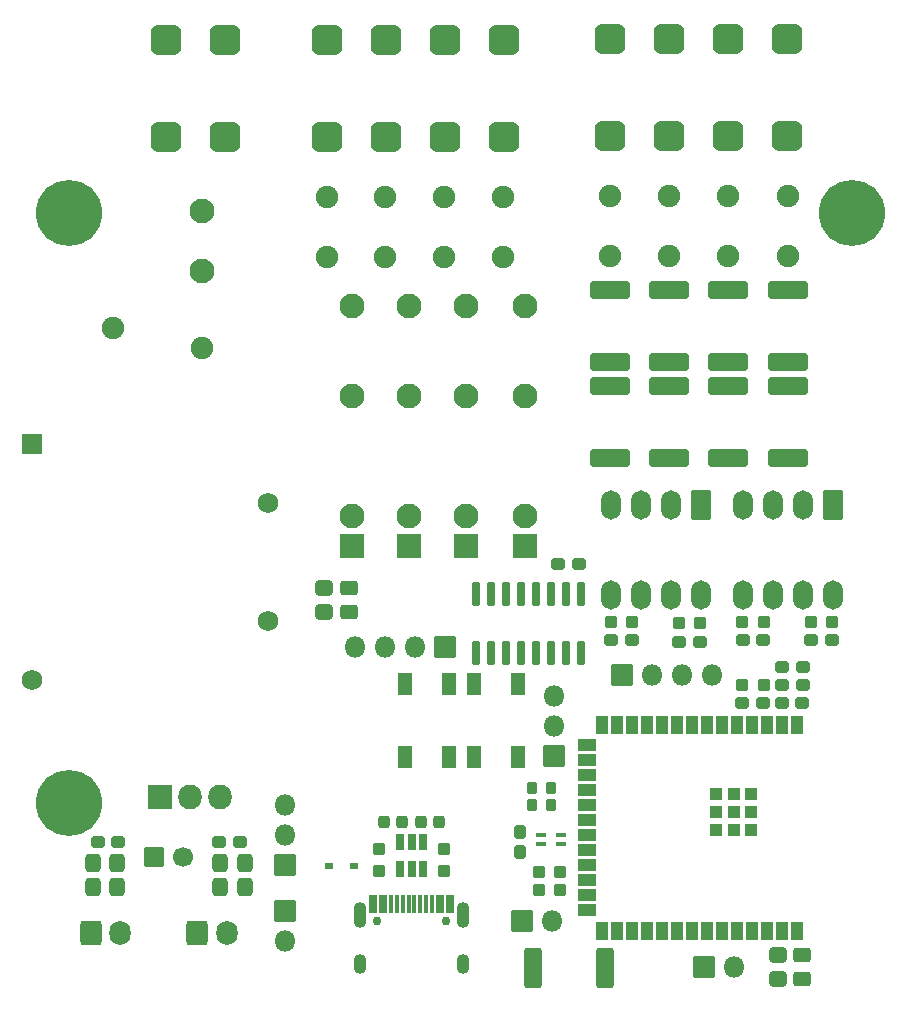
<source format=gts>
G04 #@! TF.GenerationSoftware,KiCad,Pcbnew,(6.0.7)*
G04 #@! TF.CreationDate,2022-10-04T23:02:12+02:00*
G04 #@! TF.ProjectId,hamodule,68616d6f-6475-46c6-952e-6b696361645f,20221004.21*
G04 #@! TF.SameCoordinates,Original*
G04 #@! TF.FileFunction,Soldermask,Top*
G04 #@! TF.FilePolarity,Negative*
%FSLAX46Y46*%
G04 Gerber Fmt 4.6, Leading zero omitted, Abs format (unit mm)*
G04 Created by KiCad (PCBNEW (6.0.7)) date 2022-10-04 23:02:12*
%MOMM*%
%LPD*%
G01*
G04 APERTURE LIST*
G04 Aperture macros list*
%AMRoundRect*
0 Rectangle with rounded corners*
0 $1 Rounding radius*
0 $2 $3 $4 $5 $6 $7 $8 $9 X,Y pos of 4 corners*
0 Add a 4 corners polygon primitive as box body*
4,1,4,$2,$3,$4,$5,$6,$7,$8,$9,$2,$3,0*
0 Add four circle primitives for the rounded corners*
1,1,$1+$1,$2,$3*
1,1,$1+$1,$4,$5*
1,1,$1+$1,$6,$7*
1,1,$1+$1,$8,$9*
0 Add four rect primitives between the rounded corners*
20,1,$1+$1,$2,$3,$4,$5,0*
20,1,$1+$1,$4,$5,$6,$7,0*
20,1,$1+$1,$6,$7,$8,$9,0*
20,1,$1+$1,$8,$9,$2,$3,0*%
G04 Aperture macros list end*
%ADD10RoundRect,0.050000X-0.300000X-0.225000X0.300000X-0.225000X0.300000X0.225000X-0.300000X0.225000X0*%
%ADD11RoundRect,0.050000X0.850000X-0.850000X0.850000X0.850000X-0.850000X0.850000X-0.850000X-0.850000X0*%
%ADD12O,1.800000X1.800000*%
%ADD13RoundRect,0.675000X0.625000X0.625000X-0.625000X0.625000X-0.625000X-0.625000X0.625000X-0.625000X0*%
%ADD14RoundRect,0.300000X-0.600000X-0.750000X0.600000X-0.750000X0.600000X0.750000X-0.600000X0.750000X0*%
%ADD15O,1.800000X2.100000*%
%ADD16RoundRect,0.050000X0.850000X0.850000X-0.850000X0.850000X-0.850000X-0.850000X0.850000X-0.850000X0*%
%ADD17C,0.750000*%
%ADD18RoundRect,0.050000X-0.300000X-0.725000X0.300000X-0.725000X0.300000X0.725000X-0.300000X0.725000X0*%
%ADD19RoundRect,0.050000X-0.150000X-0.725000X0.150000X-0.725000X0.150000X0.725000X-0.150000X0.725000X0*%
%ADD20O,1.100000X2.200000*%
%ADD21O,1.100000X1.700000*%
%ADD22RoundRect,0.050000X-0.850000X0.850000X-0.850000X-0.850000X0.850000X-0.850000X0.850000X0.850000X0*%
%ADD23RoundRect,0.287500X-0.250000X-0.237500X0.250000X-0.237500X0.250000X0.237500X-0.250000X0.237500X0*%
%ADD24RoundRect,0.299999X-0.450001X-1.425001X0.450001X-1.425001X0.450001X1.425001X-0.450001X1.425001X0*%
%ADD25RoundRect,0.287500X0.237500X-0.250000X0.237500X0.250000X-0.237500X0.250000X-0.237500X-0.250000X0*%
%ADD26RoundRect,0.250000X0.200000X0.275000X-0.200000X0.275000X-0.200000X-0.275000X0.200000X-0.275000X0*%
%ADD27RoundRect,0.200000X0.150000X-0.512500X0.150000X0.512500X-0.150000X0.512500X-0.150000X-0.512500X0*%
%ADD28RoundRect,0.200000X0.150000X-0.825000X0.150000X0.825000X-0.150000X0.825000X-0.150000X-0.825000X0*%
%ADD29RoundRect,0.299999X-1.425001X0.450001X-1.425001X-0.450001X1.425001X-0.450001X1.425001X0.450001X0*%
%ADD30RoundRect,0.050000X-0.850000X-0.850000X0.850000X-0.850000X0.850000X0.850000X-0.850000X0.850000X0*%
%ADD31C,1.900000*%
%ADD32RoundRect,0.300000X-0.450000X0.325000X-0.450000X-0.325000X0.450000X-0.325000X0.450000X0.325000X0*%
%ADD33RoundRect,0.300000X-0.450000X0.350000X-0.450000X-0.350000X0.450000X-0.350000X0.450000X0.350000X0*%
%ADD34RoundRect,0.287500X0.300000X0.237500X-0.300000X0.237500X-0.300000X-0.237500X0.300000X-0.237500X0*%
%ADD35RoundRect,0.300000X-0.337500X-0.475000X0.337500X-0.475000X0.337500X0.475000X-0.337500X0.475000X0*%
%ADD36RoundRect,0.050000X-0.825000X-0.825000X0.825000X-0.825000X0.825000X0.825000X-0.825000X0.825000X0*%
%ADD37C,1.750000*%
%ADD38RoundRect,0.050000X-0.952500X-1.000000X0.952500X-1.000000X0.952500X1.000000X-0.952500X1.000000X0*%
%ADD39O,2.005000X2.100000*%
%ADD40C,2.100000*%
%ADD41C,5.600000*%
%ADD42O,1.700000X2.500000*%
%ADD43RoundRect,0.050000X-0.800000X1.200000X-0.800000X-1.200000X0.800000X-1.200000X0.800000X1.200000X0*%
%ADD44RoundRect,0.287500X-0.300000X-0.237500X0.300000X-0.237500X0.300000X0.237500X-0.300000X0.237500X0*%
%ADD45RoundRect,0.050000X0.550000X-0.900000X0.550000X0.900000X-0.550000X0.900000X-0.550000X-0.900000X0*%
%ADD46RoundRect,0.287500X-0.237500X0.300000X-0.237500X-0.300000X0.237500X-0.300000X0.237500X0.300000X0*%
%ADD47RoundRect,0.275000X-0.225000X-0.250000X0.225000X-0.250000X0.225000X0.250000X-0.225000X0.250000X0*%
%ADD48RoundRect,0.050000X-0.450000X0.750000X-0.450000X-0.750000X0.450000X-0.750000X0.450000X0.750000X0*%
%ADD49RoundRect,0.050000X-0.750000X-0.450000X0.750000X-0.450000X0.750000X0.450000X-0.750000X0.450000X0*%
%ADD50RoundRect,0.050000X0.450000X-0.750000X0.450000X0.750000X-0.450000X0.750000X-0.450000X-0.750000X0*%
%ADD51RoundRect,0.050000X0.500000X-0.500000X0.500000X0.500000X-0.500000X0.500000X-0.500000X-0.500000X0*%
%ADD52RoundRect,0.300000X0.337500X0.475000X-0.337500X0.475000X-0.337500X-0.475000X0.337500X-0.475000X0*%
%ADD53RoundRect,0.050000X1.000000X-1.000000X1.000000X1.000000X-1.000000X1.000000X-1.000000X-1.000000X0*%
%ADD54RoundRect,0.050000X0.410000X0.152400X-0.410000X0.152400X-0.410000X-0.152400X0.410000X-0.152400X0*%
%ADD55RoundRect,0.050000X0.410000X0.154400X-0.410000X0.154400X-0.410000X-0.154400X0.410000X-0.154400X0*%
%ADD56RoundRect,0.050000X-0.800000X-0.800000X0.800000X-0.800000X0.800000X0.800000X-0.800000X0.800000X0*%
%ADD57C,1.700000*%
%ADD58RoundRect,0.300000X0.450000X-0.350000X0.450000X0.350000X-0.450000X0.350000X-0.450000X-0.350000X0*%
G04 APERTURE END LIST*
D10*
X62100000Y-104500000D03*
X60000000Y-104500000D03*
D11*
X76325000Y-109200000D03*
D12*
X78865000Y-109200000D03*
D13*
X51203100Y-42782099D03*
X51203100Y-34582100D03*
X46203100Y-42782099D03*
X46203100Y-34582100D03*
D14*
X39835000Y-110219000D03*
D15*
X42335000Y-110219000D03*
D16*
X79000000Y-95200000D03*
D12*
X79000000Y-92660000D03*
X79000000Y-90120000D03*
D17*
X69866000Y-109205900D03*
X64086000Y-109205900D03*
D18*
X63726000Y-107760900D03*
X64526000Y-107760900D03*
D19*
X65726000Y-107760900D03*
X66726000Y-107760900D03*
X67226000Y-107760900D03*
X68226000Y-107760900D03*
D18*
X69426000Y-107760900D03*
X70226000Y-107760900D03*
X70226000Y-107760900D03*
X69426000Y-107760900D03*
D19*
X68726000Y-107760900D03*
X67726000Y-107760900D03*
X66226000Y-107760900D03*
X65226000Y-107760900D03*
D18*
X64526000Y-107760900D03*
X63726000Y-107760900D03*
D20*
X71296000Y-108675900D03*
D21*
X62656000Y-112855900D03*
D20*
X62656000Y-108675900D03*
D21*
X71296000Y-112855900D03*
D22*
X69787000Y-85979000D03*
D12*
X67247000Y-85979000D03*
X64707000Y-85979000D03*
X62167000Y-85979000D03*
D13*
X74849500Y-42758500D03*
X74849500Y-34558501D03*
X69849500Y-42758500D03*
X69849500Y-34558501D03*
X64849500Y-42758500D03*
X64849500Y-34558501D03*
X59849500Y-42758500D03*
X59849500Y-34558501D03*
D23*
X77729100Y-106566600D03*
X79554100Y-106566600D03*
X77729100Y-105042600D03*
X79554100Y-105042600D03*
D24*
X77250000Y-113200000D03*
X83350000Y-113200000D03*
D25*
X64210000Y-104912500D03*
X64210000Y-103087500D03*
D26*
X78825000Y-99385000D03*
X77175000Y-99385000D03*
X77175000Y-97910000D03*
X78825000Y-97910000D03*
D23*
X94987600Y-83896200D03*
X96812600Y-83896200D03*
X100778800Y-83896200D03*
X102603800Y-83896200D03*
D27*
X66030000Y-104797500D03*
X66980000Y-104797500D03*
X67930000Y-104797500D03*
X67930000Y-102522500D03*
X66980000Y-102522500D03*
X66030000Y-102522500D03*
D28*
X72454000Y-86484000D03*
X73724000Y-86484000D03*
X74994000Y-86484000D03*
X76264000Y-86484000D03*
X77534000Y-86484000D03*
X78804000Y-86484000D03*
X80074000Y-86484000D03*
X81344000Y-86484000D03*
X81344000Y-81534000D03*
X80074000Y-81534000D03*
X78804000Y-81534000D03*
X77534000Y-81534000D03*
X76264000Y-81534000D03*
X74994000Y-81534000D03*
X73724000Y-81534000D03*
X72454000Y-81534000D03*
D29*
X93802700Y-55791100D03*
X93802700Y-61891100D03*
X98831900Y-55791100D03*
X98831900Y-61891100D03*
D30*
X56261500Y-108343700D03*
D12*
X56261500Y-110883700D03*
D29*
X83820500Y-61891100D03*
X83820500Y-55791100D03*
X88773500Y-61891100D03*
X88773500Y-55791100D03*
D31*
X41703800Y-59011450D03*
X49203800Y-60644780D03*
D29*
X88773500Y-69942900D03*
X88773500Y-63842900D03*
X83820500Y-69942900D03*
X83820500Y-63842900D03*
D32*
X61659000Y-83058000D03*
X61659000Y-81008000D03*
D33*
X59576200Y-83026000D03*
X59576200Y-81026000D03*
D14*
X48832000Y-110219000D03*
D15*
X51332000Y-110219000D03*
D34*
X42137500Y-102489000D03*
X40412500Y-102489000D03*
D35*
X50778500Y-106299000D03*
X52853500Y-106299000D03*
D34*
X81126500Y-78994000D03*
X79401500Y-78994000D03*
D36*
X34839100Y-68805000D03*
D37*
X34839100Y-88805000D03*
X54839100Y-83805000D03*
X54839100Y-73805000D03*
D38*
X45657000Y-98679000D03*
D39*
X48197000Y-98679000D03*
X50737000Y-98679000D03*
D13*
X98809500Y-42718499D03*
X98809500Y-34518500D03*
X93809500Y-42718499D03*
X93809500Y-34518500D03*
X88809500Y-42718499D03*
X88809500Y-34518500D03*
X83809500Y-42718499D03*
X83809500Y-34518500D03*
D40*
X49249500Y-49088500D03*
X49239500Y-54168500D03*
D41*
X104267500Y-49212500D03*
X37973500Y-49212500D03*
D29*
X98831900Y-69942900D03*
X98831900Y-63842900D03*
D42*
X91454274Y-81543320D03*
X88914274Y-81543320D03*
X86374274Y-81543320D03*
X83834274Y-81543320D03*
X83834274Y-73923320D03*
X86374274Y-73923320D03*
X88914274Y-73923320D03*
D43*
X91454274Y-73923320D03*
D42*
X102630274Y-81543320D03*
X100090274Y-81543320D03*
X97550274Y-81543320D03*
X95010274Y-81543320D03*
X95010274Y-73923320D03*
X97550274Y-73923320D03*
X100090274Y-73923320D03*
D43*
X102630274Y-73923320D03*
D29*
X93802700Y-69942900D03*
X93802700Y-63842900D03*
D23*
X94959000Y-89217500D03*
X96784000Y-89217500D03*
D44*
X98362000Y-87677000D03*
X100087000Y-87677000D03*
D34*
X96721500Y-90741500D03*
X94996500Y-90741500D03*
D45*
X72255000Y-95302000D03*
X72255000Y-89102000D03*
X75955000Y-89102000D03*
X75955000Y-95302000D03*
X66450000Y-89102000D03*
X66450000Y-95302000D03*
X70150000Y-95302000D03*
X70150000Y-89102000D03*
D11*
X84783000Y-88341600D03*
D12*
X87323000Y-88341600D03*
X89863000Y-88341600D03*
X92403000Y-88341600D03*
D11*
X91720000Y-113080000D03*
D12*
X94260000Y-113080000D03*
D44*
X100076500Y-90741500D03*
X98351500Y-90741500D03*
D16*
X56261500Y-104470200D03*
D12*
X56261500Y-101930200D03*
X56261500Y-99390200D03*
D46*
X76156500Y-101624200D03*
X76156500Y-103349200D03*
D25*
X69690000Y-103087500D03*
X69690000Y-104912500D03*
D47*
X66205000Y-100820000D03*
X64655000Y-100820000D03*
D31*
X88773500Y-52895500D03*
X88773500Y-47815500D03*
D23*
X85685500Y-83896200D03*
X83860500Y-83896200D03*
D48*
X99610000Y-92550000D03*
X98340000Y-92550000D03*
X97070000Y-92550000D03*
X95800000Y-92550000D03*
X94530000Y-92550000D03*
X93260000Y-92550000D03*
X91990000Y-92550000D03*
X90720000Y-92550000D03*
X89450000Y-92550000D03*
X88180000Y-92550000D03*
X86910000Y-92550000D03*
X85640000Y-92550000D03*
X84370000Y-92550000D03*
X83100000Y-92550000D03*
D49*
X81850000Y-94315000D03*
X81850000Y-95585000D03*
X81850000Y-96855000D03*
X81850000Y-98125000D03*
X81850000Y-99395000D03*
X81850000Y-100665000D03*
X81850000Y-101935000D03*
X81850000Y-103205000D03*
X81850000Y-104475000D03*
X81850000Y-105745000D03*
X81850000Y-107015000D03*
X81850000Y-108285000D03*
D50*
X83100000Y-110050000D03*
X84370000Y-110050000D03*
X85640000Y-110050000D03*
X86910000Y-110050000D03*
X88180000Y-110050000D03*
X89450000Y-110050000D03*
X90720000Y-110050000D03*
X91990000Y-110050000D03*
X93260000Y-110050000D03*
X94530000Y-110050000D03*
X95800000Y-110050000D03*
X97070000Y-110050000D03*
X98340000Y-110050000D03*
X99610000Y-110050000D03*
D51*
X92760000Y-98440000D03*
X95760000Y-99940000D03*
X95760000Y-98440000D03*
X92760000Y-99940000D03*
X95760000Y-101440000D03*
X94260000Y-101440000D03*
X92760000Y-101440000D03*
X94260000Y-99940000D03*
X94260000Y-98440000D03*
D31*
X98831900Y-52895500D03*
X98831900Y-47815500D03*
D32*
X100013000Y-114072500D03*
X100013000Y-112022500D03*
D31*
X74690000Y-52959000D03*
X74690000Y-47879000D03*
D52*
X42058500Y-104267000D03*
X39983500Y-104267000D03*
D44*
X95034600Y-85420200D03*
X96759600Y-85420200D03*
X89652000Y-85521800D03*
X91377000Y-85521800D03*
X52424500Y-102489000D03*
X50699500Y-102489000D03*
D31*
X93802700Y-52895500D03*
X93802700Y-47815500D03*
D34*
X102550800Y-85420200D03*
X100825800Y-85420200D03*
D53*
X61976000Y-77470000D03*
D40*
X61976000Y-74930000D03*
X61976000Y-64770000D03*
X61976000Y-57150000D03*
D53*
X66802000Y-77470000D03*
D40*
X66802000Y-74930000D03*
X66802000Y-64770000D03*
X66802000Y-57150000D03*
D31*
X64770000Y-52959000D03*
X64770000Y-47879000D03*
D53*
X76581000Y-77470000D03*
D40*
X76581000Y-74930000D03*
X76581000Y-64770000D03*
X76581000Y-57150000D03*
D54*
X79620000Y-102700000D03*
D55*
X79620000Y-101889200D03*
X77900000Y-101889200D03*
D54*
X77900000Y-102700000D03*
D53*
X71628000Y-77470000D03*
D40*
X71628000Y-74930000D03*
X71628000Y-64770000D03*
X71628000Y-57150000D03*
D47*
X69295000Y-100820000D03*
X67745000Y-100820000D03*
D52*
X42058500Y-106299000D03*
X39983500Y-106299000D03*
D56*
X45149000Y-103759000D03*
D57*
X47649000Y-103759000D03*
D31*
X83795100Y-52895500D03*
X83795100Y-47815500D03*
D44*
X98362000Y-89217500D03*
X100087000Y-89217500D03*
D35*
X50778500Y-104267000D03*
X52853500Y-104267000D03*
D23*
X91425900Y-83947000D03*
X89600900Y-83947000D03*
D31*
X59817000Y-52959000D03*
X59817000Y-47879000D03*
D58*
X97981000Y-112047500D03*
X97981000Y-114047500D03*
D41*
X37973500Y-99212500D03*
D44*
X83909400Y-85420200D03*
X85634400Y-85420200D03*
D31*
X69690000Y-52959000D03*
X69690000Y-47879000D03*
M02*

</source>
